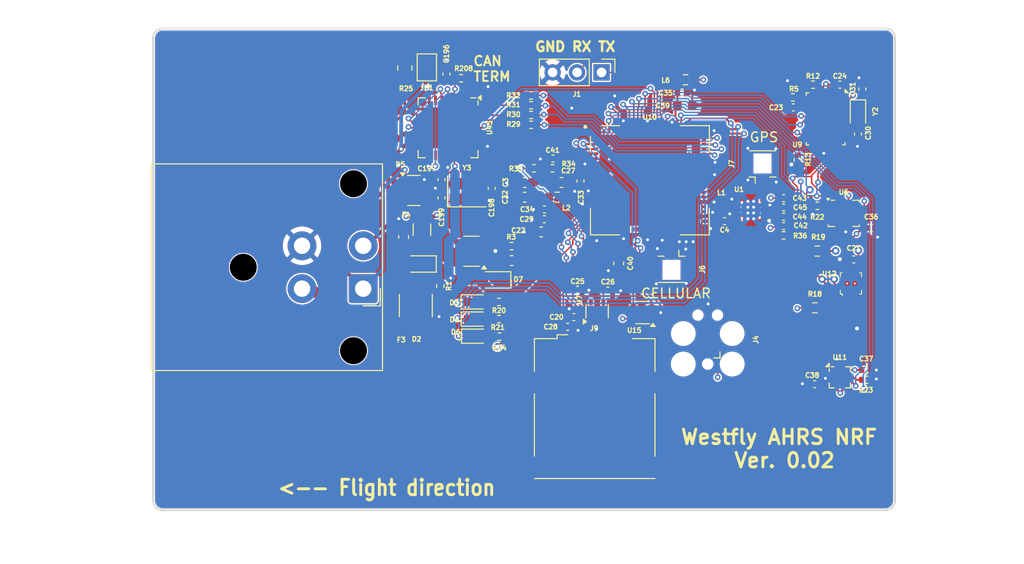
<source format=kicad_pcb>
(kicad_pcb
	(version 20241229)
	(generator "pcbnew")
	(generator_version "9.0")
	(general
		(thickness 1)
		(legacy_teardrops no)
	)
	(paper "A4")
	(title_block
		(title "Westfly AHRS")
		(date "2025-04-29")
		(rev "0.02")
		(company "Westfly")
	)
	(layers
		(0 "F.Cu" signal)
		(4 "In1.Cu" power "GND.Cu")
		(6 "In2.Cu" power "PWR.Cu")
		(2 "B.Cu" signal)
		(9 "F.Adhes" user "F.Adhesive")
		(11 "B.Adhes" user "B.Adhesive")
		(13 "F.Paste" user)
		(15 "B.Paste" user)
		(5 "F.SilkS" user "F.Silkscreen")
		(7 "B.SilkS" user "B.Silkscreen")
		(1 "F.Mask" user)
		(3 "B.Mask" user)
		(17 "Dwgs.User" user "User.Drawings")
		(19 "Cmts.User" user "User.Comments")
		(21 "Eco1.User" user "User.Eco1")
		(23 "Eco2.User" user "User.Eco2")
		(25 "Edge.Cuts" user)
		(27 "Margin" user)
		(31 "F.CrtYd" user "F.Courtyard")
		(29 "B.CrtYd" user "B.Courtyard")
		(35 "F.Fab" user)
		(33 "B.Fab" user)
	)
	(setup
		(stackup
			(layer "F.SilkS"
				(type "Top Silk Screen")
				(color "White")
			)
			(layer "F.Paste"
				(type "Top Solder Paste")
			)
			(layer "F.Mask"
				(type "Top Solder Mask")
				(color "Green")
				(thickness 0.01)
			)
			(layer "F.Cu"
				(type "copper")
				(thickness 0.035)
			)
			(layer "dielectric 1"
				(type "prepreg")
				(color "FR4 natural")
				(thickness 0.1)
				(material "FR4")
				(epsilon_r 4.5)
				(loss_tangent 0.02)
			)
			(layer "In1.Cu"
				(type "copper")
				(thickness 0.035)
			)
			(layer "dielectric 2"
				(type "core")
				(color "FR4 natural")
				(thickness 0.64)
				(material "FR4")
				(epsilon_r 4.5)
				(loss_tangent 0.02)
			)
			(layer "In2.Cu"
				(type "copper")
				(thickness 0.035)
			)
			(layer "dielectric 3"
				(type "prepreg")
				(color "FR4 natural")
				(thickness 0.1)
				(material "FR4")
				(epsilon_r 4.5)
				(loss_tangent 0.02)
			)
			(layer "B.Cu"
				(type "copper")
				(thickness 0.035)
			)
			(layer "B.Mask"
				(type "Bottom Solder Mask")
				(color "Green")
				(thickness 0.01)
			)
			(layer "B.Paste"
				(type "Bottom Solder Paste")
			)
			(layer "B.SilkS"
				(type "Bottom Silk Screen")
				(color "White")
			)
			(copper_finish "None")
			(dielectric_constraints no)
			(castellated_pads yes)
		)
		(pad_to_mask_clearance 0)
		(allow_soldermask_bridges_in_footprints no)
		(tenting front back)
		(pcbplotparams
			(layerselection 0x00000000_00000000_55555555_5755f5ff)
			(plot_on_all_layers_selection 0x00000000_00000000_00000000_00000000)
			(disableapertmacros no)
			(usegerberextensions yes)
			(usegerberattributes yes)
			(usegerberadvancedattributes yes)
			(creategerberjobfile no)
			(dashed_line_dash_ratio 12.000000)
			(dashed_line_gap_ratio 3.000000)
			(svgprecision 4)
			(plotframeref no)
			(mode 1)
			(useauxorigin no)
			(hpglpennumber 1)
			(hpglpenspeed 20)
			(hpglpendiameter 15.000000)
			(pdf_front_fp_property_popups yes)
			(pdf_back_fp_property_popups yes)
			(pdf_metadata yes)
			(pdf_single_document no)
			(dxfpolygonmode yes)
			(dxfimperialunits yes)
			(dxfusepcbnewfont yes)
			(psnegative no)
			(psa4output no)
			(plot_black_and_white yes)
			(sketchpadsonfab no)
			(plotpadnumbers no)
			(hidednponfab no)
			(sketchdnponfab yes)
			(crossoutdnponfab yes)
			(subtractmaskfromsilk no)
			(outputformat 1)
			(mirror no)
			(drillshape 0)
			(scaleselection 1)
			(outputdirectory "gerb")
		)
	)
	(net 0 "")
	(net 1 "+3V3")
	(net 2 "GND")
	(net 3 "+5V")
	(net 4 "Net-(U10-VDD_GPIO)")
	(net 5 "Net-(U10-DEC0)")
	(net 6 "Net-(U10-~{RESET})")
	(net 7 "Net-(J6-In)")
	(net 8 "Net-(J7-In)")
	(net 9 "Net-(U45-OSC1)")
	(net 10 "/LED1")
	(net 11 "Net-(U45-OSC2)")
	(net 12 "/CAN_RESET")
	(net 13 "/LED2")
	(net 14 "/LED3")
	(net 15 "Net-(U10-VDD)")
	(net 16 "/SCL")
	(net 17 "/CAN_CS")
	(net 18 "unconnected-(U10-P0.30-Pad49)")
	(net 19 "unconnected-(U10-VIO-Pad29)")
	(net 20 "unconnected-(U10-P0.27-Pad45)")
	(net 21 "/SDA")
	(net 22 "unconnected-(U10-P0.31-Pad50)")
	(net 23 "unconnected-(U10-NC-Pad81)")
	(net 24 "/RX0")
	(net 25 "unconnected-(U10-P0.28-Pad47)")
	(net 26 "unconnected-(U10-NC-Pad91)")
	(net 27 "unconnected-(U10-COEX2-Pad54)")
	(net 28 "unconnected-(U10-P0.19{slash}AIN6-Pad80)")
	(net 29 "/BL_IND_055")
	(net 30 "unconnected-(U10-NC-Pad104)")
	(net 31 "unconnected-(U10-MAGPIO2-Pad23)")
	(net 32 "unconnected-(U10-NC-Pad84)")
	(net 33 "unconnected-(U10-NC-Pad87)")
	(net 34 "unconnected-(U10-MAGPIO1-Pad22)")
	(net 35 "unconnected-(U10-SDATA-Pad27)")
	(net 36 "/TX0")
	(net 37 "Net-(U9-CAP)")
	(net 38 "/INT_LIS")
	(net 39 "/RST_055")
	(net 40 "/INT_055")
	(net 41 "/INT1_LSM")
	(net 42 "unconnected-(U10-NC-Pad86)")
	(net 43 "unconnected-(U10-COEX0-Pad52)")
	(net 44 "unconnected-(U10-NC-Pad31)")
	(net 45 "unconnected-(U10-NC-Pad93)")
	(net 46 "unconnected-(U10-COEX1-Pad53)")
	(net 47 "/INT2_LSM")
	(net 48 "unconnected-(U10-SIM_DET-Pad26)")
	(net 49 "unconnected-(U10-P0.20{slash}AIN7-Pad2)")
	(net 50 "unconnected-(U10-NC-Pad99)")
	(net 51 "/VIN")
	(net 52 "unconnected-(U10-NC-Pad94)")
	(net 53 "unconnected-(U10-NC-Pad92)")
	(net 54 "unconnected-(U10-NC-Pad88)")
	(net 55 "unconnected-(U10-NC-Pad97)")
	(net 56 "unconnected-(U10-P0.29-Pad48)")
	(net 57 "unconnected-(U10-P0.26-Pad44)")
	(net 58 "unconnected-(U10-SCLK-Pad28)")
	(net 59 "unconnected-(U3-NC-Pad4)")
	(net 60 "/LDO_EN")
	(net 61 "unconnected-(U10-NC-Pad95)")
	(net 62 "/CAN_L")
	(net 63 "/CAN_H")
	(net 64 "Net-(U9-XOUT32)")
	(net 65 "Net-(U9-XIN32)")
	(net 66 "unconnected-(U6-SDX-Pad2)")
	(net 67 "unconnected-(U6-SDO_Aux-Pad11)")
	(net 68 "unconnected-(U6-OCS_Aux-Pad10)")
	(net 69 "unconnected-(U6-SCX-Pad3)")
	(net 70 "Net-(U11-C1)")
	(net 71 "Net-(U6-SDO{slash}SA0)")
	(net 72 "Net-(U11-SDO{slash}SA1)")
	(net 73 "Net-(U9-PS0)")
	(net 74 "Net-(U9-PS1)")
	(net 75 "Net-(U9-COM3)")
	(net 76 "unconnected-(U9-PIN24-Pad24)")
	(net 77 "/DRDY")
	(net 78 "unconnected-(U9-PIN12-Pad12)")
	(net 79 "unconnected-(U10-NC-Pad102)")
	(net 80 "unconnected-(U10-NC-Pad103)")
	(net 81 "unconnected-(U10-NC-Pad90)")
	(net 82 "unconnected-(U10-MAGPIO0-Pad21)")
	(net 83 "unconnected-(U10-NC-Pad98)")
	(net 84 "unconnected-(U10-NC-Pad101)")
	(net 85 "Net-(J9-RST)")
	(net 86 "Net-(J9-CLK)")
	(net 87 "Net-(J9-I{slash}O)")
	(net 88 "/SIM_VDD")
	(net 89 "unconnected-(U9-PIN15-Pad15)")
	(net 90 "unconnected-(U9-PIN16-Pad16)")
	(net 91 "unconnected-(U9-PIN13-Pad13)")
	(net 92 "unconnected-(U9-PIN23-Pad23)")
	(net 93 "unconnected-(U9-PIN22-Pad22)")
	(net 94 "unconnected-(U9-PIN8-Pad8)")
	(net 95 "unconnected-(U9-PIN21-Pad21)")
	(net 96 "unconnected-(U9-PIN1-Pad1)")
	(net 97 "unconnected-(U9-PIN7-Pad7)")
	(net 98 "unconnected-(U10-NC-Pad85)")
	(net 99 "unconnected-(U10-AUX-Pad37)")
	(net 100 "/9151_RESET")
	(net 101 "unconnected-(U10-NC-Pad96)")
	(net 102 "unconnected-(U10-NC-Pad82)")
	(net 103 "unconnected-(U10-NC-Pad100)")
	(net 104 "unconnected-(J4-SWO-Pad6)")
	(net 105 "/9151_SWDIO")
	(net 106 "Net-(J4-~{RESET})")
	(net 107 "/9151_SWDCLK")
	(net 108 "unconnected-(U10-NC-Pad33)")
	(net 109 "unconnected-(J9-VPP-Pad6)")
	(net 110 "unconnected-(U10-NC-Pad83)")
	(net 111 "Net-(U10-P0.00)")
	(net 112 "unconnected-(U10-NC-Pad89)")
	(net 113 "unconnected-(U10-NC-Pad32)")
	(net 114 "Net-(U10-P0.01)")
	(net 115 "unconnected-(U10-P0.21{slash}TRACECLK-Pad5)")
	(net 116 "Net-(U10-P0.02)")
	(net 117 "unconnected-(U12-INT-Pad2)")
	(net 118 "Net-(D3-A)")
	(net 119 "Net-(D4-A)")
	(net 120 "Net-(D6-A)")
	(net 121 "unconnected-(U10-P0.23{slash}TRACEDATA1-Pad8)")
	(net 122 "/OUT3.3")
	(net 123 "Net-(U10-P0.03)")
	(net 124 "Net-(JP1-B)")
	(net 125 "Net-(D2-A)")
	(net 126 "Net-(J3-Pin_4)")
	(net 127 "/CAN_SI")
	(net 128 "/CAN_SO")
	(net 129 "/CAN_SCK")
	(net 130 "/CAN_INT")
	(net 131 "unconnected-(U45-~{Rx0BF}-Pad24)")
	(net 132 "unconnected-(U45-~{Tx1RTS}-Pad8)")
	(net 133 "Net-(U45-RXD)")
	(net 134 "unconnected-(U45-~{Rx1BF}-Pad23)")
	(net 135 "unconnected-(U45-~{Tx2RTS}-Pad9)")
	(net 136 "Net-(U45-TXD)")
	(net 137 "unconnected-(U45-~{Tx0RTS}-Pad7)")
	(net 138 "unconnected-(U45-NC-Pad14)")
	(net 139 "unconnected-(U45-NC-Pad17)")
	(net 140 "unconnected-(U45-CLKOUT-Pad6)")
	(net 141 "unconnected-(U12-NC-Pad7)")
	(net 142 "unconnected-(U45-NC-Pad29)")
	(net 143 "unconnected-(U10-P0.25{slash}TRACEDATA3-Pad12)")
	(net 144 "unconnected-(U10-P0.24{slash}TRACEDATA2-Pad11)")
	(net 145 "unconnected-(U10-P0.22{slash}TRACEDATA0-Pad6)")
	(net 146 "/~{9151_RESET}")
	(net 147 "unconnected-(U7-Pad5)")
	(net 148 "unconnected-(U12-NC-Pad7)_1")
	(net 149 "unconnected-(U12-NC-Pad7)_2")
	(net 150 "Net-(U1-RF_OUT)")
	(net 151 "Net-(U10-GPS)")
	(net 152 "Net-(U1-AMP_IN)")
	(net 153 "Net-(U1-FILT_OUT)")
	(footprint "Capacitor_SMD:C_0402_1005Metric" (layer "F.Cu") (at 227.2792 80.8228))
	(footprint "Crystal:Crystal_SMD_SeikoEpson_FA238-4Pin_3.2x2.5mm" (layer "F.Cu") (at 188.552 91.91))
	(footprint "Westfly:Fuse_1206_3216Metric" (layer "F.Cu") (at 183.896 95.885 -90))
	(footprint "Capacitor_SMD:C_0603_1608Metric" (layer "F.Cu") (at 181.991 96.634 -90))
	(footprint "Capacitor_SMD:C_0402_1005Metric" (layer "F.Cu") (at 221.4372 93.5736 180))
	(footprint "Connector_Coaxial:U.FL_Hirose_U.FL-R-SMT-1_Vertical" (layer "F.Cu") (at 209.804 99.5172 -90))
	(footprint "Capacitor_SMD:C_1812_4532Metric" (layer "F.Cu") (at 183.261 103.759 -90))
	(footprint "Capacitor_SMD:C_0402_1005Metric" (layer "F.Cu") (at 203.2 102.2096))
	(footprint "Capacitor_SMD:C_0402_1005Metric" (layer "F.Cu") (at 199.0116 105.9688 180))
	(footprint "Capacitor_SMD:C_0402_1005Metric" (layer "F.Cu") (at 197.4876 88.4936))
	(footprint "Package_TO_SOT_SMD:SOT-353_SC-70-5" (layer "F.Cu") (at 206.7916 104.4852 180))
	(footprint "Capacitor_SMD:C_0402_1005Metric" (layer "F.Cu") (at 215.3132 94.996))
	(footprint "Resistor_SMD:R_0603_1608Metric" (layer "F.Cu") (at 211.265 80.3148 180))
	(footprint "Capacitor_SMD:C_0402_1005Metric" (layer "F.Cu") (at 230.533 95.7098))
	(footprint "Capacitor_SMD:C_0603_1608Metric" (layer "F.Cu") (at 194.564 92.5068 180))
	(footprint "Resistor_SMD:R_0603_1608Metric" (layer "F.Cu") (at 224.9392 98.1014 180))
	(footprint "Diode_SMD:D_SOD-323" (layer "F.Cu") (at 183.768 99.441 180))
	(footprint "Capacitor_SMD:C_0402_1005Metric" (layer "F.Cu") (at 224.6598 111.919 180))
	(footprint "Resistor_SMD:R_0402_1005Metric" (layer "F.Cu") (at 187.96 80.1624))
	(footprint "Package_DFN_QFN:QFN-28-1EP_6x6mm_P0.65mm_EP4.25x4.25mm" (layer "F.Cu") (at 186.6065 85.299 -90))
	(footprint "Westfly:LGA_9151_12.1x11.1mm" (layer "F.Cu") (at 207.5568 90.7488))
	(footprint "Capacitor_SMD:C_0402_1005Metric" (layer "F.Cu") (at 210.8936 81.6356 180))
	(footprint "Resistor_SMD:R_0603_1608Metric" (layer "F.Cu") (at 224.6884 103.9876))
	(footprint "Capacitor_SMD:C_0603_1608Metric" (layer "F.Cu") (at 211.1886 82.9564))
	(footprint "Jumper:SolderJumper-2_P1.3mm_Open_TrianglePad1.0x1.5mm" (layer "F.Cu") (at 184.404 79.031 90))
	(footprint "Resistor_SMD:R_0402_1005Metric" (layer "F.Cu") (at 230.0446 111.4618))
	(footprint "Resistor_SMD:R_0402_1005Metric" (layer "F.Cu") (at 195.2264 82.9564))
	(footprint "Capacitor_SMD:C_0402_1005Metric" (layer "F.Cu") (at 199.6668 104.9528 180))
	(footprint "Capacitor_SMD:C_0402_1005Metric"
		(layer "F.Cu")
		(uuid "46529513-2b17-463d-a711-35e7af10c301")
		(at 229.1588 85.9536 -90)
		(descr "Capacitor SMD 0402 (1005 Metric), square (rectangular) end terminal, IPC_7351 nominal, (Body size source: IPC-SM-782 page 76, https://www.pcb-3d.com/wordpress/wp-content/uploads/ipc-sm-782a_amendment_1_and_2.pdf), generated with kicad-footprint-generator")
		(tags "capacitor")
		(property "Reference" "C30"
			(at -0.107836 -1.0668 90)
			(layer "F.SilkS")
			(uuid "e4016186-511b-45b0-ba12-ba8115573d62")
			(effects
				(font
					(size 0.5 0.5)
					(thickness 0.15)
				)
			)
		)
		(property "Value" "22pF"
			(at 0 1.16 90)
			(layer "F.Fab")
			(uuid "d2b3f3bc-b031-4f2c-ae88-733e1db077f7")
			(effects
				(font
					(size 1 1)
					(thickness 0.15)
				)
			)
		)
		(property "Datasheet" ""
			(at 0 0 270)
			(unlocked yes)
			(layer "F.Fab")
			(hide yes)
			(uuid "de4a0391-94c9-441c-b9b8-48054ccc475e")
			(effects
				(font
					(size 1.27 1.27)
					(thickness 0.15)
				)
			)
		)
		(property "Description" "Unpolarized capacitor, small symbol"
			(at 0 0 270)
			(unlocked yes)
			(layer "F.Fab")
			(hide yes)
			(uuid "94df405a-be86-465a-9de7-9ab79bde8325")
			(effects
				(font
					(size 1.27 1.27)
					(thickness 0.15)
				)
			)
		)
		(property "MOUSER" ""
			(at 0 0 270)
			(unlocked yes)
			(layer "F.Fab")
			(hide yes)
			(uuid "7b83e4eb-ed43-45ba-b400-e0fe74f9be4d")
			(effects
				(font
					(size 1 1)
					(thickness 0.15)
				)
			)
		)
		(property "Supplier" ""
			(at 0 0 270)
			(unlocked yes)
			(layer "F.Fab")
			(hide yes)
			(uuid "41cbccde-5a02-4e27-8010-4861b47e7ef8")
			(effects
				(font
					(size 1 1)
					(thickness 0.15)
				)
			)
		)
		(property "LCSC" "C307331"
			(at 0 0 270)
			(unlocked yes)
			(layer "F.Fab")
			(hide yes)
			(uuid "1f18b840-853a-448a-b047-b8dbd95175cc")
			(effects
				(font
					(size 1 1)
					(thickness 0.15)
				)
			)
		)
		(property ki_fp_filters "C_*")
		(path "/76be919a-23cc-4938-a529-7dc6ff78271a")
		(sheetname "/")
		(sheetfile "westfly_ahrs_nrf.kicad_sch")
		(attr smd)
		(fp_line
			(start -0.107836 0.36)
			(end 0.107836 0.36)
			(stroke
				(width 0.12)
				(type solid)
			)
			(layer "F.SilkS")
			(uuid "8
... [1197982 chars truncated]
</source>
